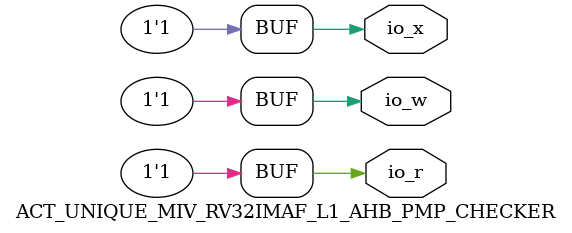
<source format=v>
`define RANDOMIZE
`timescale 1ns/10ps
module ACT_UNIQUE_MIV_RV32IMAF_L1_AHB_PMP_CHECKER(
  output  io_r,
  output  io_w,
  output  io_x
);
  assign io_r = 1'h1;
  assign io_w = 1'h1;
  assign io_x = 1'h1;
endmodule

</source>
